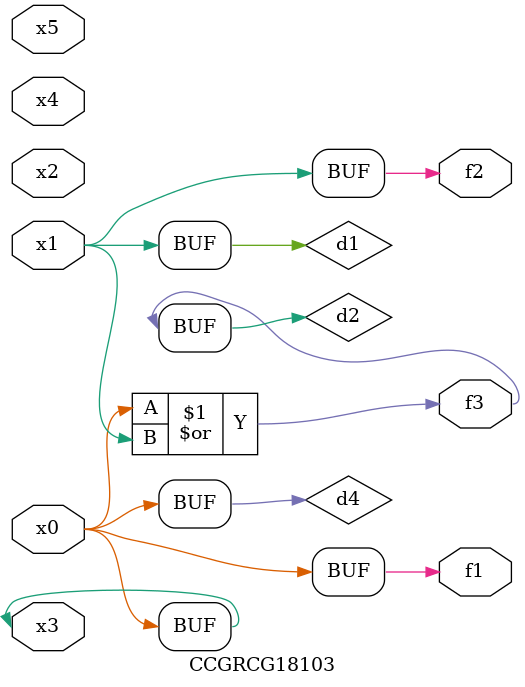
<source format=v>
module CCGRCG18103(
	input x0, x1, x2, x3, x4, x5,
	output f1, f2, f3
);

	wire d1, d2, d3, d4;

	and (d1, x1);
	or (d2, x0, x1);
	nand (d3, x0, x5);
	buf (d4, x0, x3);
	assign f1 = d4;
	assign f2 = d1;
	assign f3 = d2;
endmodule

</source>
